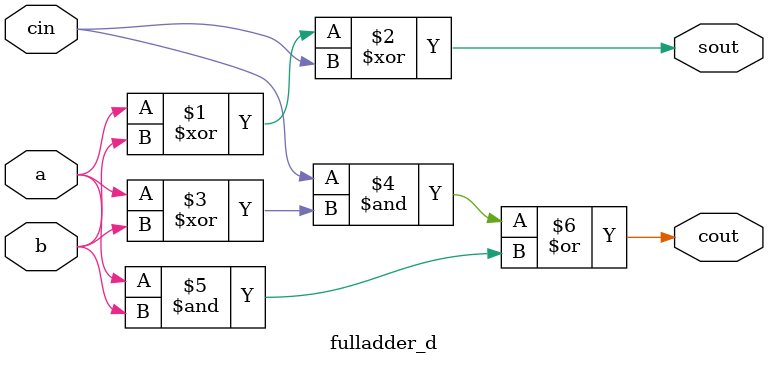
<source format=v>
`timescale 1ns / 1ps


module fulladder_d(
    input a,b,cin,
    output sout,cout
    );
    
    assign sout = a^b^cin;
    assign cout = cin&(a^b)|(a&b); 
endmodule

</source>
